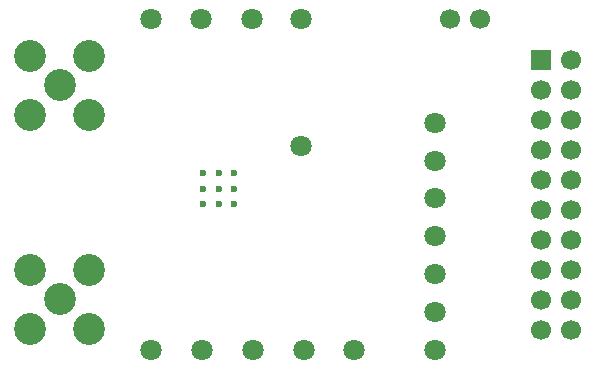
<source format=gbs>
%FSAX43Y43*%
%MOMM*%
G71*
G01*
G75*
G04 Layer_Color=16711935*
%ADD10R,0.650X0.650*%
%ADD11C,1.000*%
%ADD12R,0.650X0.650*%
%ADD13R,0.900X0.900*%
%ADD14R,1.200X1.000*%
G04:AMPARAMS|DCode=15|XSize=3.4mm|YSize=3.4mm|CornerRadius=0.085mm|HoleSize=0mm|Usage=FLASHONLY|Rotation=90.000|XOffset=0mm|YOffset=0mm|HoleType=Round|Shape=RoundedRectangle|*
%AMROUNDEDRECTD15*
21,1,3.400,3.230,0,0,90.0*
21,1,3.230,3.400,0,0,90.0*
1,1,0.170,1.615,1.615*
1,1,0.170,1.615,-1.615*
1,1,0.170,-1.615,-1.615*
1,1,0.170,-1.615,1.615*
%
%ADD15ROUNDEDRECTD15*%
%ADD16O,0.800X0.350*%
%ADD17O,0.350X0.800*%
%ADD18C,0.200*%
%ADD19C,0.400*%
%ADD20C,0.254*%
%ADD21C,0.800*%
%ADD22C,1.000*%
%ADD23C,0.350*%
%ADD24C,0.650*%
%ADD25C,0.500*%
%ADD26C,1.100*%
%ADD27C,1.600*%
%ADD28C,1.500*%
%ADD29C,2.500*%
%ADD30R,1.500X1.500*%
%ADD31C,0.500*%
%ADD32C,0.100*%
%ADD33C,0.025*%
%ADD34C,0.150*%
%ADD35C,0.120*%
%ADD36C,0.300*%
%ADD37R,0.750X0.750*%
%ADD38C,2.000*%
%ADD39R,0.750X0.750*%
%ADD40R,1.000X1.000*%
%ADD41R,1.300X1.100*%
G04:AMPARAMS|DCode=42|XSize=3.5mm|YSize=3.5mm|CornerRadius=0.135mm|HoleSize=0mm|Usage=FLASHONLY|Rotation=90.000|XOffset=0mm|YOffset=0mm|HoleType=Round|Shape=RoundedRectangle|*
%AMROUNDEDRECTD42*
21,1,3.500,3.230,0,0,90.0*
21,1,3.230,3.500,0,0,90.0*
1,1,0.270,1.615,1.615*
1,1,0.270,1.615,-1.615*
1,1,0.270,-1.615,-1.615*
1,1,0.270,-1.615,1.615*
%
%ADD42ROUNDEDRECTD42*%
%ADD43O,0.900X0.450*%
%ADD44O,0.450X0.900*%
%ADD45C,1.800*%
%ADD46C,1.700*%
%ADD47C,2.700*%
%ADD48R,1.700X1.700*%
%ADD49C,0.600*%
D45*
X0069090Y0106700D02*
D03*
X0073290D02*
D03*
X0069090Y0078700D02*
D03*
X0081990D02*
D03*
X0086290D02*
D03*
X0077690D02*
D03*
X0093100Y0094700D02*
D03*
Y0091500D02*
D03*
Y0078700D02*
D03*
Y0088300D02*
D03*
Y0081900D02*
D03*
X0081790Y0106700D02*
D03*
X0077590D02*
D03*
X0073390Y0078700D02*
D03*
X0093100Y0085100D02*
D03*
X0081800Y0095900D02*
D03*
X0093100Y0097910D02*
D03*
D46*
X0094410Y0106700D02*
D03*
X0096950D02*
D03*
X0104640Y0080340D02*
D03*
X0102100D02*
D03*
X0104640Y0082880D02*
D03*
X0102100D02*
D03*
X0104640Y0085420D02*
D03*
X0102100D02*
D03*
X0104640Y0087960D02*
D03*
X0102100D02*
D03*
X0104640Y0090500D02*
D03*
X0102100D02*
D03*
X0104640Y0093040D02*
D03*
X0102100D02*
D03*
X0104640Y0095580D02*
D03*
X0102100D02*
D03*
X0104640Y0098120D02*
D03*
X0102100D02*
D03*
X0104640Y0100660D02*
D03*
X0102100D02*
D03*
X0104640Y0103200D02*
D03*
D47*
X0061340Y0082950D02*
D03*
X0058840Y0080450D02*
D03*
X0063840D02*
D03*
Y0085450D02*
D03*
X0058840D02*
D03*
X0061340Y0101080D02*
D03*
X0058840Y0103580D02*
D03*
X0063840D02*
D03*
Y0098580D02*
D03*
X0058840D02*
D03*
D48*
X0102100Y0103200D02*
D03*
D49*
X0073500Y0091020D02*
D03*
X0076100D02*
D03*
X0074800D02*
D03*
X0076100Y0092320D02*
D03*
X0073500D02*
D03*
X0074800D02*
D03*
Y0093620D02*
D03*
X0073500D02*
D03*
X0076100D02*
D03*
M02*

</source>
